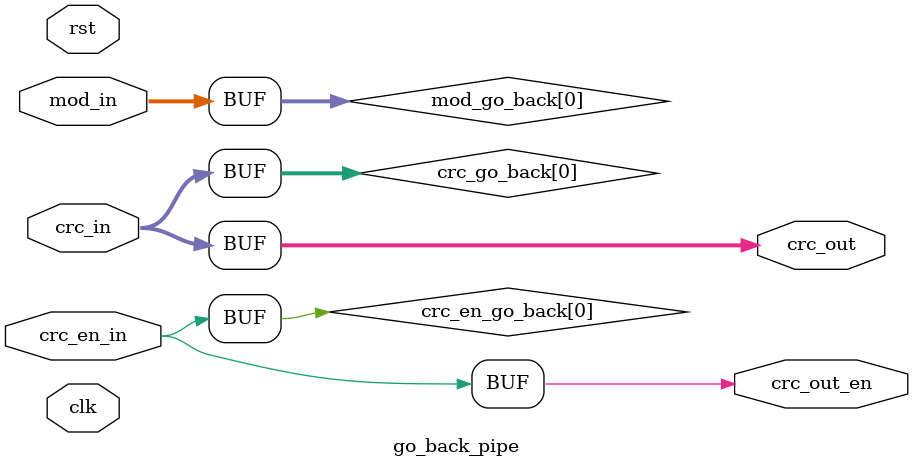
<source format=v>

`timescale 1ns/1ps 

// *******************
// INFORMATION
// *******************


//*******************
//DEFINE(s)
//*******************
//`define UDLY 1    //Unit delay, for non-blocking assignments in sequential logic



//*******************
//DEFINE MODULE PORT
//*******************
module  go_back_pipe 

# ( parameter   GO_BACK_STAGE        =  0 ,  // 7    
                MOD_WIDTH            =  0 ,   // 7 
                GO_BACK_POLY         =  0
)

  (     
            input                       clk          ,
            input                       rst          ,
            input    [31:0]             crc_in       ,
            input                       crc_en_in    ,
            input    [MOD_WIDTH-1:0]    mod_in       ,
            output   [31:0]             crc_out      ,
            output                      crc_out_en
              ) ;

//*******************
//DEFINE LOCAL PARAMETER
//*******************
//parameter(s)
                                     
 parameter [0:GO_BACK_STAGE*256*64-1] POLY = GO_BACK_POLY ;                          

                                  
 

//*********************
//INNER SIGNAL DECLARATION
//*********************
//REGS
//  wire [31:0]     crc_go_back_0    ;
// wire         crc_en_go_back_0    ;
// wire [MOD_WIDTH-1:0]      mod_go_back_0    ;

//  wire [31:0]     crc_go_back_1    ;
// wire         crc_en_go_back_1    ;
// wire [MOD_WIDTH-1:0]      mod_go_back_1    ;

// wire [31:0]     crc_go_back_2    ;
// wire         crc_en_go_back_2    ;
// wire [MOD_WIDTH-1:0]      mod_go_back_2    ;

// wire [31:0]     crc_go_back_3    ;
// wire         crc_en_go_back_3    ;
// wire [MOD_WIDTH-1:0]      mod_go_back_3    ;

// wire [31:0]     crc_go_back_4    ;
// wire         crc_en_go_back_4    ;
// wire [MOD_WIDTH-1:0]      mod_go_back_4    ;

// wire [31:0]     crc_go_back_5    ;
// wire         crc_en_go_back_5    ;
// wire [MOD_WIDTH-1:0]      mod_go_back_5    ;

// wire [31:0]     crc_go_back_6    ;
// wire         crc_en_go_back_6    ;
// wire [MOD_WIDTH-1:0]      mod_go_back_6    ;

// wire [31:0]     crc_go_back_7    ;
// wire         crc_en_go_back_7    ;
// wire [MOD_WIDTH-1:0]      mod_go_back_7    ; 

//WIRES
 

//*********************
//INSTANTCE MODULE
//*********************


// Stride = 1;Simple Go Back Pipeline ;LUT6 is used  ==========================================


// wire [31:0]               crc_go_back    [0:GO_BACK_STAGE]  ;
// wire                      crc_en_go_back [0:GO_BACK_STAGE]  ;
// wire [MOD_WIDTH-1:0]      mod_go_back    [0:GO_BACK_STAGE]  ;



// assign  crc_go_back    [0] =  crc_in      ;
// assign  crc_en_go_back [0] =  crc_en_in   ;
// assign  mod_go_back    [0] =  mod_in      ;




// genvar i;
// generate 
//         for (i=0; i<GO_BACK_STAGE; i=i+1) begin : multi_go_back_stage
//             go_back_stage    // 8
//                 # ( 
//                         .MOD_WIDTH ( MOD_WIDTH ) ,
//                         .MOD ( 2**i ) , // 128-1
//                         .POLY ( POLY[i*32*64*6 +: 32*64*6] )  
//                     )
//             u_go_back_stage  (     
//                 .clk             ( clk )   ,
//                 .rst             ( rst )   ,
//                 .crc             (crc_go_back     [GO_BACK_STAGE-i-1] )   ,
//                 .crc_en          (crc_en_go_back  [GO_BACK_STAGE-i-1] )   ,
//                 .mod             (mod_go_back     [GO_BACK_STAGE-i-1] )   ,
//                 .crc_go_back     (crc_go_back     [GO_BACK_STAGE-i]   )   ,
//                 .crc_en_go_back  (crc_en_go_back  [GO_BACK_STAGE-i]   )   ,
//                 .mod_go_back     (mod_go_back     [GO_BACK_STAGE-i]   )           
//                           ) ;
//         end


// endgenerate

// assign  crc_out     =  crc_go_back     [GO_BACK_STAGE] ;
// assign  crc_out_en  =  crc_en_go_back  [GO_BACK_STAGE] ;







// Stride = 8; LUT5 is used  ==============================================================


 

wire [31:0]               crc_go_back    [0:GO_BACK_STAGE]  ;
wire                      crc_en_go_back [0:GO_BACK_STAGE]  ;
wire [MOD_WIDTH-1:0]      mod_go_back    [0:GO_BACK_STAGE]  ;



assign  crc_go_back    [0] =  crc_in      ;
assign  crc_en_go_back [0] =  crc_en_in   ;
assign  mod_go_back    [0] =  mod_in      ;

genvar i;
generate 
        for (i=0; i<GO_BACK_STAGE; i=i+1) begin : Stride8_multi_go_back_stage
            parameter MOD_STAGE = 2-i ;
            go_back_lut_5_stride_8  
                # (   
                    .MOD_WIDTH  ( MOD_WIDTH ) ,
                    .MOD_STAGE  ( MOD_STAGE ) ,  // 范围0-2                  
                    .LUT_POLY   ( POLY[(2-i)*256*64 +: 256*64] )                   
            
                    ) u_go_back_lut_5_stride_8
            ( 
                    .clk            ( clk ) ,
                    .rst            ( rst ) ,
                    .crc            ( crc_go_back     [GO_BACK_STAGE-i-1] ) ,
                    .crc_en         ( crc_en_go_back  [GO_BACK_STAGE-i-1] ) ,
                    .mod            ( mod_go_back     [GO_BACK_STAGE-i-1] ) ,
                    .crc_go_back    ( crc_go_back     [GO_BACK_STAGE-i]   ) ,
                    .crc_en_go_back ( crc_en_go_back  [GO_BACK_STAGE-i]   ) ,
                    .mod_go_back    ( mod_go_back     [GO_BACK_STAGE-i]   )       
            
             ) ;
        end

assign  crc_out     =  crc_go_back     [GO_BACK_STAGE] ;
assign  crc_out_en  =  crc_en_go_back  [GO_BACK_STAGE] ;









endgenerate









//*********************
//MAIN CORE
//********************* 





//*********************
endmodule   
</source>
